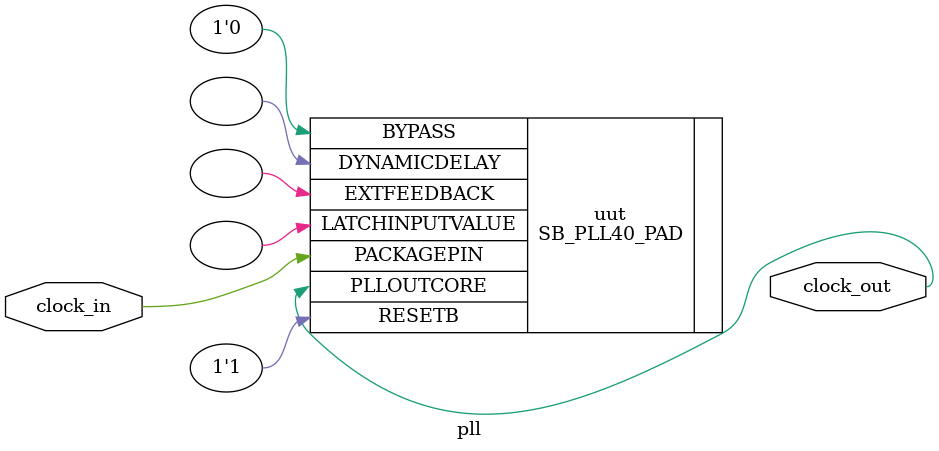
<source format=v>
/**
 * PLL configuration
 */

module pll(
	input  clock_in,
	output clock_out
	);

  SB_PLL40_PAD #(.FEEDBACK_PATH("SIMPLE"),
                  .PLLOUT_SELECT("GENCLK"),
                  .DIVR(4'b0000),
// 60
                  .DIVF(7'b1001111),
                  .DIVQ(3'b100),
//
                  .FILTER_RANGE(3'b001),
                  .DELAY_ADJUSTMENT_MODE_FEEDBACK("FIXED"),
                  .FDA_FEEDBACK(4'b0000),
                  .DELAY_ADJUSTMENT_MODE_RELATIVE("FIXED"),
                  .FDA_RELATIVE(4'b0000),
                  .SHIFTREG_DIV_MODE(2'b00),
                  .ENABLE_ICEGATE(1'b0)
                 ) uut (
                         .PACKAGEPIN(clock_in),
                         .PLLOUTCORE(clock_out),
                         .EXTFEEDBACK(),
                         .DYNAMICDELAY(),
                         .LATCHINPUTVALUE(),
                         .RESETB(1'b1),
                         .BYPASS(1'b0)
                        );

endmodule

</source>
